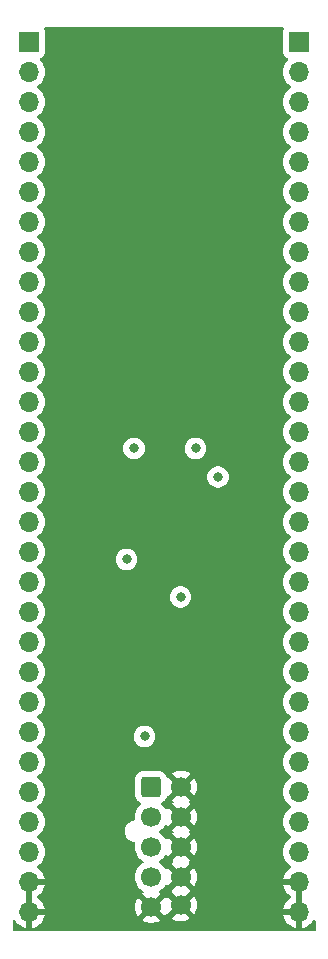
<source format=gbr>
%TF.GenerationSoftware,KiCad,Pcbnew,7.0.6-0*%
%TF.CreationDate,2023-07-17T22:06:51-07:00*%
%TF.ProjectId,84CP01,38344350-3031-42e6-9b69-6361645f7063,rev?*%
%TF.SameCoordinates,Original*%
%TF.FileFunction,Copper,L3,Inr*%
%TF.FilePolarity,Positive*%
%FSLAX46Y46*%
G04 Gerber Fmt 4.6, Leading zero omitted, Abs format (unit mm)*
G04 Created by KiCad (PCBNEW 7.0.6-0) date 2023-07-17 22:06:51*
%MOMM*%
%LPD*%
G01*
G04 APERTURE LIST*
G04 Aperture macros list*
%AMRoundRect*
0 Rectangle with rounded corners*
0 $1 Rounding radius*
0 $2 $3 $4 $5 $6 $7 $8 $9 X,Y pos of 4 corners*
0 Add a 4 corners polygon primitive as box body*
4,1,4,$2,$3,$4,$5,$6,$7,$8,$9,$2,$3,0*
0 Add four circle primitives for the rounded corners*
1,1,$1+$1,$2,$3*
1,1,$1+$1,$4,$5*
1,1,$1+$1,$6,$7*
1,1,$1+$1,$8,$9*
0 Add four rect primitives between the rounded corners*
20,1,$1+$1,$2,$3,$4,$5,0*
20,1,$1+$1,$4,$5,$6,$7,0*
20,1,$1+$1,$6,$7,$8,$9,0*
20,1,$1+$1,$8,$9,$2,$3,0*%
G04 Aperture macros list end*
%TA.AperFunction,ComponentPad*%
%ADD10RoundRect,0.250000X-0.600000X-0.600000X0.600000X-0.600000X0.600000X0.600000X-0.600000X0.600000X0*%
%TD*%
%TA.AperFunction,ComponentPad*%
%ADD11C,1.700000*%
%TD*%
%TA.AperFunction,ComponentPad*%
%ADD12R,1.700000X1.700000*%
%TD*%
%TA.AperFunction,ComponentPad*%
%ADD13O,1.700000X1.700000*%
%TD*%
%TA.AperFunction,ViaPad*%
%ADD14C,0.800000*%
%TD*%
G04 APERTURE END LIST*
D10*
%TO.N,Net-(J2-Pin_1)*%
%TO.C,J2*%
X108130000Y-115904000D03*
D11*
%TO.N,GND*%
X110670000Y-115904000D03*
%TO.N,Net-(J2-Pin_3)*%
X108130000Y-118444000D03*
%TO.N,GND*%
X110670000Y-118444000D03*
%TO.N,Net-(J2-Pin_5)*%
X108130000Y-120984000D03*
%TO.N,GND*%
X110670000Y-120984000D03*
%TO.N,Net-(J2-Pin_7)*%
X108130000Y-123524000D03*
%TO.N,GND*%
X110630000Y-123524000D03*
X108130000Y-126064000D03*
X110630000Y-125904000D03*
%TD*%
D12*
%TO.N,VCC*%
%TO.C,J3*%
X120650000Y-52832000D03*
D13*
X120650000Y-55372000D03*
%TO.N,/J2-3*%
X120650000Y-57912000D03*
%TO.N,/J2-4*%
X120650000Y-60452000D03*
%TO.N,/J2-5*%
X120650000Y-62992000D03*
%TO.N,/J2-6*%
X120650000Y-65532000D03*
%TO.N,/J2-7*%
X120650000Y-68072000D03*
%TO.N,/J2-8*%
X120650000Y-70612000D03*
%TO.N,/J2-9*%
X120650000Y-73152000D03*
%TO.N,/J2-10*%
X120650000Y-75692000D03*
%TO.N,/J2-11*%
X120650000Y-78232000D03*
%TO.N,/J2-12*%
X120650000Y-80772000D03*
%TO.N,/J2-13*%
X120650000Y-83312000D03*
%TO.N,/J2-14*%
X120650000Y-85852000D03*
%TO.N,/J2-15*%
X120650000Y-88392000D03*
%TO.N,/J2-16*%
X120650000Y-90932000D03*
%TO.N,/J2-17*%
X120650000Y-93472000D03*
%TO.N,/J2-18*%
X120650000Y-96012000D03*
%TO.N,/J2-19*%
X120650000Y-98552000D03*
%TO.N,/J2-20*%
X120650000Y-101092000D03*
%TO.N,/J2-21*%
X120650000Y-103632000D03*
%TO.N,/J2-22*%
X120650000Y-106172000D03*
%TO.N,/J2-23*%
X120650000Y-108712000D03*
%TO.N,/J2-24*%
X120650000Y-111252000D03*
%TO.N,/J2-25*%
X120650000Y-113792000D03*
%TO.N,/J2-26*%
X120650000Y-116332000D03*
%TO.N,/J2-27*%
X120650000Y-118872000D03*
%TO.N,/J2-28*%
X120650000Y-121412000D03*
%TO.N,GND*%
X120650000Y-123952000D03*
X120650000Y-126492000D03*
%TD*%
D12*
%TO.N,VCC*%
%TO.C,J1*%
X97790000Y-52832000D03*
D13*
X97790000Y-55372000D03*
%TO.N,/J1-3*%
X97790000Y-57912000D03*
%TO.N,/J1-4*%
X97790000Y-60452000D03*
%TO.N,/J1-5*%
X97790000Y-62992000D03*
%TO.N,/J1-6*%
X97790000Y-65532000D03*
%TO.N,/J1-7*%
X97790000Y-68072000D03*
%TO.N,/J1-8*%
X97790000Y-70612000D03*
%TO.N,/J1-9*%
X97790000Y-73152000D03*
%TO.N,/J1-10*%
X97790000Y-75692000D03*
%TO.N,/J1-11*%
X97790000Y-78232000D03*
%TO.N,/J1-12*%
X97790000Y-80772000D03*
%TO.N,/J1-13*%
X97790000Y-83312000D03*
%TO.N,/J1-14*%
X97790000Y-85852000D03*
%TO.N,/J1-15*%
X97790000Y-88392000D03*
%TO.N,/J1-16*%
X97790000Y-90932000D03*
%TO.N,/J1-17*%
X97790000Y-93472000D03*
%TO.N,/J1-18*%
X97790000Y-96012000D03*
%TO.N,/J1-19*%
X97790000Y-98552000D03*
%TO.N,/J1-20*%
X97790000Y-101092000D03*
%TO.N,/J1-21*%
X97790000Y-103632000D03*
%TO.N,/J1-22*%
X97790000Y-106172000D03*
%TO.N,/J1-23*%
X97790000Y-108712000D03*
%TO.N,/J1-24*%
X97790000Y-111252000D03*
%TO.N,/J1-25*%
X97790000Y-113792000D03*
%TO.N,/J1-26*%
X97790000Y-116332000D03*
%TO.N,/J1-27*%
X97790000Y-118872000D03*
%TO.N,/J1-28*%
X97790000Y-121412000D03*
%TO.N,GND*%
X97790000Y-123952000D03*
X97790000Y-126492000D03*
%TD*%
D14*
%TO.N,VCC*%
X106680000Y-87249000D03*
X111887000Y-87249000D03*
%TO.N,GND*%
X106680000Y-92075000D03*
X111887000Y-92075000D03*
%TO.N,/J1-28*%
X110617000Y-99822000D03*
X107569000Y-111633000D03*
%TO.N,Net-(J2-Pin_5)*%
X106045000Y-96647000D03*
%TO.N,Net-(J2-Pin_7)*%
X113792000Y-89662000D03*
%TD*%
%TA.AperFunction,Conductor*%
%TO.N,GND*%
G36*
X110105901Y-123826588D02*
G01*
X110202075Y-123951925D01*
X110327412Y-124048099D01*
X110424779Y-124088429D01*
X109864310Y-124648899D01*
X109867832Y-124705618D01*
X109863444Y-124705890D01*
X109864305Y-124722159D01*
X109867833Y-124722379D01*
X109864310Y-124779100D01*
X110424780Y-125339569D01*
X110327412Y-125379901D01*
X110202075Y-125476075D01*
X110105901Y-125601411D01*
X110065569Y-125698779D01*
X109506922Y-125140132D01*
X109433215Y-125252949D01*
X109379211Y-125299037D01*
X109308863Y-125308612D01*
X109301423Y-125305146D01*
X109253076Y-125300132D01*
X108694429Y-125858779D01*
X108654099Y-125761412D01*
X108557925Y-125636075D01*
X108432588Y-125539901D01*
X108335219Y-125499569D01*
X108895689Y-124939100D01*
X108895688Y-124939099D01*
X108875306Y-124923235D01*
X108875294Y-124923227D01*
X108841792Y-124905097D01*
X108791402Y-124855084D01*
X108776050Y-124785767D01*
X108800611Y-124719154D01*
X108841790Y-124683472D01*
X108875576Y-124665189D01*
X109053240Y-124526906D01*
X109205722Y-124361268D01*
X109274816Y-124255510D01*
X109328819Y-124209423D01*
X109399167Y-124199847D01*
X109463524Y-124229824D01*
X109485782Y-124255510D01*
X109506922Y-124287866D01*
X110065569Y-123729218D01*
X110105901Y-123826588D01*
G37*
%TD.AperFunction*%
%TA.AperFunction,Conductor*%
G36*
X110145901Y-121286588D02*
G01*
X110242075Y-121411925D01*
X110367412Y-121508099D01*
X110464779Y-121548429D01*
X109904310Y-122108898D01*
X109924694Y-122124763D01*
X109924700Y-122124768D01*
X109938733Y-122132362D01*
X109989124Y-122182375D01*
X110004476Y-122251692D01*
X109979915Y-122318305D01*
X109938733Y-122353990D01*
X109884700Y-122383230D01*
X109864310Y-122399099D01*
X109864310Y-122399101D01*
X110424779Y-122959570D01*
X110327412Y-122999901D01*
X110202075Y-123096075D01*
X110105901Y-123221411D01*
X110065569Y-123318780D01*
X109506921Y-122760132D01*
X109485782Y-122792489D01*
X109431778Y-122838577D01*
X109361430Y-122848152D01*
X109297073Y-122818174D01*
X109274816Y-122792488D01*
X109205724Y-122686734D01*
X109205720Y-122686729D01*
X109053237Y-122521091D01*
X108971382Y-122457381D01*
X108875576Y-122382811D01*
X108842319Y-122364813D01*
X108791929Y-122314802D01*
X108776576Y-122245485D01*
X108801136Y-122178872D01*
X108842320Y-122143186D01*
X108875576Y-122125189D01*
X109053240Y-121986906D01*
X109205722Y-121821268D01*
X109294816Y-121684898D01*
X109348819Y-121638810D01*
X109419167Y-121629235D01*
X109483524Y-121659212D01*
X109505782Y-121684898D01*
X109546922Y-121747866D01*
X110105569Y-121189218D01*
X110145901Y-121286588D01*
G37*
%TD.AperFunction*%
%TA.AperFunction,Conductor*%
G36*
X110145901Y-118746588D02*
G01*
X110242075Y-118871925D01*
X110367412Y-118968099D01*
X110464779Y-119008429D01*
X109904310Y-119568898D01*
X109924694Y-119584763D01*
X109924696Y-119584765D01*
X109958733Y-119603185D01*
X110009123Y-119653199D01*
X110024475Y-119722516D01*
X109999914Y-119789129D01*
X109958735Y-119824811D01*
X109924702Y-119843229D01*
X109904310Y-119859099D01*
X109904310Y-119859101D01*
X110464779Y-120419570D01*
X110367412Y-120459901D01*
X110242075Y-120556075D01*
X110145901Y-120681411D01*
X110105569Y-120778780D01*
X109546921Y-120220132D01*
X109546920Y-120220132D01*
X109505780Y-120283102D01*
X109451776Y-120329190D01*
X109381428Y-120338765D01*
X109317071Y-120308787D01*
X109294822Y-120283111D01*
X109205722Y-120146732D01*
X109053240Y-119981094D01*
X109053239Y-119981093D01*
X109053237Y-119981091D01*
X108971382Y-119917381D01*
X108875576Y-119842811D01*
X108842319Y-119824813D01*
X108791929Y-119774802D01*
X108776576Y-119705485D01*
X108801136Y-119638872D01*
X108842320Y-119603186D01*
X108842324Y-119603184D01*
X108875576Y-119585189D01*
X109053240Y-119446906D01*
X109205722Y-119281268D01*
X109294816Y-119144898D01*
X109348819Y-119098810D01*
X109419167Y-119089235D01*
X109483524Y-119119212D01*
X109505782Y-119144898D01*
X109546922Y-119207866D01*
X110105569Y-118649218D01*
X110145901Y-118746588D01*
G37*
%TD.AperFunction*%
%TA.AperFunction,Conductor*%
G36*
X110145901Y-116206588D02*
G01*
X110242075Y-116331925D01*
X110367412Y-116428099D01*
X110464779Y-116468429D01*
X109904310Y-117028898D01*
X109924694Y-117044763D01*
X109924696Y-117044765D01*
X109958733Y-117063185D01*
X110009123Y-117113199D01*
X110024475Y-117182516D01*
X109999914Y-117249129D01*
X109958735Y-117284811D01*
X109924702Y-117303229D01*
X109904310Y-117319099D01*
X109904310Y-117319101D01*
X110464779Y-117879570D01*
X110367412Y-117919901D01*
X110242075Y-118016075D01*
X110145901Y-118141411D01*
X110105569Y-118238780D01*
X109546921Y-117680132D01*
X109546920Y-117680132D01*
X109505780Y-117743102D01*
X109451776Y-117789190D01*
X109381428Y-117798765D01*
X109317071Y-117768787D01*
X109294822Y-117743111D01*
X109205722Y-117606732D01*
X109053240Y-117441094D01*
X109053238Y-117441093D01*
X109053236Y-117441090D01*
X109018436Y-117414004D01*
X108976966Y-117356379D01*
X108973233Y-117285480D01*
X109008423Y-117223819D01*
X109046763Y-117200669D01*
X109046086Y-117199217D01*
X109052728Y-117196118D01*
X109052738Y-117196115D01*
X109203652Y-117103030D01*
X109329030Y-116977652D01*
X109422115Y-116826738D01*
X109445298Y-116756774D01*
X109485710Y-116698404D01*
X109538216Y-116676572D01*
X110105569Y-116109218D01*
X110145901Y-116206588D01*
G37*
%TD.AperFunction*%
%TA.AperFunction,Conductor*%
G36*
X119300580Y-51582002D02*
G01*
X119347073Y-51635658D01*
X119357177Y-51705932D01*
X119350515Y-51732033D01*
X119298010Y-51872802D01*
X119298009Y-51872803D01*
X119291500Y-51933350D01*
X119291500Y-53730649D01*
X119298009Y-53791196D01*
X119298011Y-53791204D01*
X119349110Y-53928202D01*
X119349112Y-53928207D01*
X119436738Y-54045261D01*
X119553791Y-54132886D01*
X119553792Y-54132886D01*
X119553796Y-54132889D01*
X119668810Y-54175787D01*
X119725642Y-54218332D01*
X119750453Y-54284852D01*
X119735362Y-54354226D01*
X119717475Y-54379179D01*
X119574280Y-54534729D01*
X119574275Y-54534734D01*
X119451141Y-54723206D01*
X119360703Y-54929386D01*
X119360702Y-54929387D01*
X119305437Y-55147624D01*
X119286844Y-55372000D01*
X119305437Y-55596375D01*
X119360702Y-55814612D01*
X119360703Y-55814613D01*
X119451141Y-56020793D01*
X119574275Y-56209265D01*
X119574279Y-56209270D01*
X119726762Y-56374908D01*
X119781331Y-56417381D01*
X119904424Y-56513189D01*
X119937680Y-56531186D01*
X119988070Y-56581196D01*
X120003423Y-56650513D01*
X119978864Y-56717126D01*
X119937683Y-56752811D01*
X119904430Y-56770807D01*
X119904424Y-56770811D01*
X119726762Y-56909091D01*
X119574279Y-57074729D01*
X119574275Y-57074734D01*
X119451141Y-57263206D01*
X119360703Y-57469386D01*
X119360702Y-57469387D01*
X119305437Y-57687624D01*
X119286844Y-57912000D01*
X119305437Y-58136375D01*
X119360702Y-58354612D01*
X119360703Y-58354613D01*
X119451141Y-58560793D01*
X119574275Y-58749265D01*
X119574279Y-58749270D01*
X119726762Y-58914908D01*
X119781331Y-58957381D01*
X119904424Y-59053189D01*
X119937680Y-59071186D01*
X119988070Y-59121196D01*
X120003423Y-59190513D01*
X119978864Y-59257126D01*
X119937683Y-59292811D01*
X119904430Y-59310807D01*
X119904424Y-59310811D01*
X119726762Y-59449091D01*
X119574279Y-59614729D01*
X119574275Y-59614734D01*
X119451141Y-59803206D01*
X119360703Y-60009386D01*
X119360702Y-60009387D01*
X119305437Y-60227624D01*
X119286844Y-60451999D01*
X119305437Y-60676375D01*
X119360702Y-60894612D01*
X119360703Y-60894613D01*
X119451141Y-61100793D01*
X119574275Y-61289265D01*
X119574279Y-61289270D01*
X119726762Y-61454908D01*
X119781331Y-61497381D01*
X119904424Y-61593189D01*
X119937680Y-61611186D01*
X119988071Y-61661200D01*
X120003423Y-61730516D01*
X119978862Y-61797129D01*
X119937680Y-61832813D01*
X119904426Y-61850810D01*
X119904424Y-61850811D01*
X119726762Y-61989091D01*
X119574279Y-62154729D01*
X119574275Y-62154734D01*
X119451141Y-62343206D01*
X119360703Y-62549386D01*
X119360702Y-62549387D01*
X119305437Y-62767624D01*
X119286844Y-62992000D01*
X119305437Y-63216375D01*
X119360702Y-63434612D01*
X119360703Y-63434613D01*
X119451141Y-63640793D01*
X119574275Y-63829265D01*
X119574279Y-63829270D01*
X119726762Y-63994908D01*
X119781331Y-64037381D01*
X119904424Y-64133189D01*
X119937680Y-64151186D01*
X119988071Y-64201200D01*
X120003423Y-64270516D01*
X119978862Y-64337129D01*
X119937680Y-64372813D01*
X119904426Y-64390810D01*
X119904424Y-64390811D01*
X119726762Y-64529091D01*
X119574279Y-64694729D01*
X119574275Y-64694734D01*
X119451141Y-64883206D01*
X119360703Y-65089386D01*
X119360702Y-65089387D01*
X119305437Y-65307624D01*
X119286844Y-65532000D01*
X119305437Y-65756375D01*
X119360702Y-65974612D01*
X119360703Y-65974613D01*
X119451141Y-66180793D01*
X119574275Y-66369265D01*
X119574279Y-66369270D01*
X119726762Y-66534908D01*
X119781331Y-66577381D01*
X119904424Y-66673189D01*
X119937676Y-66691184D01*
X119937680Y-66691186D01*
X119988071Y-66741200D01*
X120003423Y-66810516D01*
X119978862Y-66877129D01*
X119937680Y-66912813D01*
X119904426Y-66930810D01*
X119904424Y-66930811D01*
X119726762Y-67069091D01*
X119574279Y-67234729D01*
X119574275Y-67234734D01*
X119451141Y-67423206D01*
X119360703Y-67629386D01*
X119360702Y-67629387D01*
X119305437Y-67847624D01*
X119286844Y-68071999D01*
X119305437Y-68296375D01*
X119360702Y-68514612D01*
X119360703Y-68514613D01*
X119451141Y-68720793D01*
X119574275Y-68909265D01*
X119574279Y-68909270D01*
X119726762Y-69074908D01*
X119781331Y-69117381D01*
X119904424Y-69213189D01*
X119937680Y-69231186D01*
X119988071Y-69281200D01*
X120003423Y-69350516D01*
X119978862Y-69417129D01*
X119937680Y-69452813D01*
X119904426Y-69470810D01*
X119904424Y-69470811D01*
X119726762Y-69609091D01*
X119574279Y-69774729D01*
X119574275Y-69774734D01*
X119451141Y-69963206D01*
X119360703Y-70169386D01*
X119360702Y-70169387D01*
X119305437Y-70387624D01*
X119286844Y-70611999D01*
X119305437Y-70836375D01*
X119360702Y-71054612D01*
X119360703Y-71054613D01*
X119451141Y-71260793D01*
X119574275Y-71449265D01*
X119574279Y-71449270D01*
X119726762Y-71614908D01*
X119781331Y-71657381D01*
X119904424Y-71753189D01*
X119937680Y-71771186D01*
X119988071Y-71821200D01*
X120003423Y-71890516D01*
X119978862Y-71957129D01*
X119937680Y-71992813D01*
X119904426Y-72010810D01*
X119904424Y-72010811D01*
X119726762Y-72149091D01*
X119574279Y-72314729D01*
X119574275Y-72314734D01*
X119451141Y-72503206D01*
X119360703Y-72709386D01*
X119360702Y-72709387D01*
X119305437Y-72927624D01*
X119286844Y-73152000D01*
X119305437Y-73376375D01*
X119360702Y-73594612D01*
X119360703Y-73594613D01*
X119451141Y-73800793D01*
X119574275Y-73989265D01*
X119574279Y-73989270D01*
X119726762Y-74154908D01*
X119781331Y-74197381D01*
X119904424Y-74293189D01*
X119937680Y-74311186D01*
X119988071Y-74361200D01*
X120003423Y-74430516D01*
X119978862Y-74497129D01*
X119937680Y-74532813D01*
X119904426Y-74550810D01*
X119904424Y-74550811D01*
X119726762Y-74689091D01*
X119574279Y-74854729D01*
X119574275Y-74854734D01*
X119451141Y-75043206D01*
X119360703Y-75249386D01*
X119360702Y-75249387D01*
X119305437Y-75467624D01*
X119286844Y-75692000D01*
X119305437Y-75916375D01*
X119360702Y-76134612D01*
X119360703Y-76134613D01*
X119451141Y-76340793D01*
X119574275Y-76529265D01*
X119574279Y-76529270D01*
X119726762Y-76694908D01*
X119781331Y-76737381D01*
X119904424Y-76833189D01*
X119937680Y-76851186D01*
X119988071Y-76901200D01*
X120003423Y-76970516D01*
X119978862Y-77037129D01*
X119937680Y-77072813D01*
X119904426Y-77090810D01*
X119904424Y-77090811D01*
X119726762Y-77229091D01*
X119574279Y-77394729D01*
X119574275Y-77394734D01*
X119451141Y-77583206D01*
X119360703Y-77789386D01*
X119360702Y-77789387D01*
X119305437Y-78007624D01*
X119286844Y-78232000D01*
X119305437Y-78456375D01*
X119360702Y-78674612D01*
X119360703Y-78674613D01*
X119451141Y-78880793D01*
X119574275Y-79069265D01*
X119574279Y-79069270D01*
X119726762Y-79234908D01*
X119781331Y-79277381D01*
X119904424Y-79373189D01*
X119937680Y-79391186D01*
X119988071Y-79441200D01*
X120003423Y-79510516D01*
X119978862Y-79577129D01*
X119937680Y-79612813D01*
X119904426Y-79630810D01*
X119904424Y-79630811D01*
X119726762Y-79769091D01*
X119574279Y-79934729D01*
X119574275Y-79934734D01*
X119451141Y-80123206D01*
X119360703Y-80329386D01*
X119360702Y-80329387D01*
X119305437Y-80547624D01*
X119286844Y-80771999D01*
X119305437Y-80996375D01*
X119360702Y-81214612D01*
X119360703Y-81214613D01*
X119451141Y-81420793D01*
X119574275Y-81609265D01*
X119574279Y-81609270D01*
X119726762Y-81774908D01*
X119781331Y-81817381D01*
X119904424Y-81913189D01*
X119937680Y-81931186D01*
X119988071Y-81981200D01*
X120003423Y-82050516D01*
X119978862Y-82117129D01*
X119937680Y-82152813D01*
X119904426Y-82170810D01*
X119904424Y-82170811D01*
X119726762Y-82309091D01*
X119574279Y-82474729D01*
X119574275Y-82474734D01*
X119451141Y-82663206D01*
X119360703Y-82869386D01*
X119360702Y-82869387D01*
X119305437Y-83087624D01*
X119286844Y-83312000D01*
X119305437Y-83536375D01*
X119360702Y-83754612D01*
X119360703Y-83754613D01*
X119451141Y-83960793D01*
X119574275Y-84149265D01*
X119574279Y-84149270D01*
X119726762Y-84314908D01*
X119781331Y-84357381D01*
X119904424Y-84453189D01*
X119937680Y-84471186D01*
X119988071Y-84521200D01*
X120003423Y-84590516D01*
X119978862Y-84657129D01*
X119937680Y-84692813D01*
X119904426Y-84710810D01*
X119904424Y-84710811D01*
X119726762Y-84849091D01*
X119574279Y-85014729D01*
X119574275Y-85014734D01*
X119451141Y-85203206D01*
X119360703Y-85409386D01*
X119360702Y-85409387D01*
X119305437Y-85627624D01*
X119286844Y-85852000D01*
X119305437Y-86076375D01*
X119360702Y-86294612D01*
X119360703Y-86294613D01*
X119360704Y-86294616D01*
X119398247Y-86380206D01*
X119451141Y-86500793D01*
X119574275Y-86689265D01*
X119574279Y-86689270D01*
X119726762Y-86854908D01*
X119755709Y-86877438D01*
X119904424Y-86993189D01*
X119937680Y-87011186D01*
X119988071Y-87061200D01*
X120003423Y-87130516D01*
X119978862Y-87197129D01*
X119937680Y-87232813D01*
X119904426Y-87250810D01*
X119904424Y-87250811D01*
X119726762Y-87389091D01*
X119574279Y-87554729D01*
X119574275Y-87554734D01*
X119451141Y-87743206D01*
X119360703Y-87949386D01*
X119360702Y-87949387D01*
X119305437Y-88167624D01*
X119286844Y-88391999D01*
X119305437Y-88616375D01*
X119360702Y-88834612D01*
X119360703Y-88834613D01*
X119451141Y-89040793D01*
X119574275Y-89229265D01*
X119574279Y-89229270D01*
X119726762Y-89394908D01*
X119781331Y-89437381D01*
X119904424Y-89533189D01*
X119937680Y-89551186D01*
X119988071Y-89601200D01*
X120003423Y-89670516D01*
X119978862Y-89737129D01*
X119937680Y-89772813D01*
X119904426Y-89790810D01*
X119904424Y-89790811D01*
X119726762Y-89929091D01*
X119574279Y-90094729D01*
X119574275Y-90094734D01*
X119451141Y-90283206D01*
X119360703Y-90489386D01*
X119360702Y-90489387D01*
X119305437Y-90707624D01*
X119286844Y-90931999D01*
X119305437Y-91156375D01*
X119360702Y-91374612D01*
X119360703Y-91374613D01*
X119451141Y-91580793D01*
X119574275Y-91769265D01*
X119574279Y-91769270D01*
X119726762Y-91934908D01*
X119781331Y-91977381D01*
X119904424Y-92073189D01*
X119937680Y-92091186D01*
X119988071Y-92141200D01*
X120003423Y-92210516D01*
X119978862Y-92277129D01*
X119937680Y-92312813D01*
X119904426Y-92330810D01*
X119904424Y-92330811D01*
X119726762Y-92469091D01*
X119574279Y-92634729D01*
X119574275Y-92634734D01*
X119451141Y-92823206D01*
X119360703Y-93029386D01*
X119360702Y-93029387D01*
X119305437Y-93247624D01*
X119286844Y-93472000D01*
X119305437Y-93696375D01*
X119360702Y-93914612D01*
X119360703Y-93914613D01*
X119451141Y-94120793D01*
X119574275Y-94309265D01*
X119574279Y-94309270D01*
X119726762Y-94474908D01*
X119781331Y-94517381D01*
X119904424Y-94613189D01*
X119937680Y-94631186D01*
X119988071Y-94681200D01*
X120003423Y-94750516D01*
X119978862Y-94817129D01*
X119937680Y-94852813D01*
X119904426Y-94870810D01*
X119904424Y-94870811D01*
X119726762Y-95009091D01*
X119574279Y-95174729D01*
X119574275Y-95174734D01*
X119451141Y-95363206D01*
X119360703Y-95569386D01*
X119360702Y-95569387D01*
X119305437Y-95787624D01*
X119305436Y-95787630D01*
X119305436Y-95787632D01*
X119286844Y-96012000D01*
X119294969Y-96110058D01*
X119305437Y-96236375D01*
X119360702Y-96454612D01*
X119360703Y-96454613D01*
X119360704Y-96454616D01*
X119445090Y-96646999D01*
X119451141Y-96660793D01*
X119574275Y-96849265D01*
X119574279Y-96849270D01*
X119726762Y-97014908D01*
X119781331Y-97057381D01*
X119904424Y-97153189D01*
X119937680Y-97171186D01*
X119988071Y-97221200D01*
X120003423Y-97290516D01*
X119978862Y-97357129D01*
X119937680Y-97392813D01*
X119904426Y-97410810D01*
X119904424Y-97410811D01*
X119726762Y-97549091D01*
X119574279Y-97714729D01*
X119574275Y-97714734D01*
X119451141Y-97903206D01*
X119360703Y-98109386D01*
X119360702Y-98109387D01*
X119305437Y-98327624D01*
X119286844Y-98552000D01*
X119305437Y-98776375D01*
X119360702Y-98994612D01*
X119360703Y-98994613D01*
X119451141Y-99200793D01*
X119574275Y-99389265D01*
X119574279Y-99389270D01*
X119726762Y-99554908D01*
X119781331Y-99597381D01*
X119904424Y-99693189D01*
X119937680Y-99711186D01*
X119988071Y-99761200D01*
X120003423Y-99830516D01*
X119978862Y-99897129D01*
X119937680Y-99932813D01*
X119904426Y-99950810D01*
X119904424Y-99950811D01*
X119726762Y-100089091D01*
X119574279Y-100254729D01*
X119574275Y-100254734D01*
X119451141Y-100443206D01*
X119360703Y-100649386D01*
X119360702Y-100649387D01*
X119305437Y-100867624D01*
X119286844Y-101091999D01*
X119305437Y-101316375D01*
X119360702Y-101534612D01*
X119360703Y-101534613D01*
X119451141Y-101740793D01*
X119574275Y-101929265D01*
X119574279Y-101929270D01*
X119726762Y-102094908D01*
X119781331Y-102137381D01*
X119904424Y-102233189D01*
X119937680Y-102251186D01*
X119988071Y-102301200D01*
X120003423Y-102370516D01*
X119978862Y-102437129D01*
X119937680Y-102472813D01*
X119904426Y-102490810D01*
X119904424Y-102490811D01*
X119726762Y-102629091D01*
X119574279Y-102794729D01*
X119574275Y-102794734D01*
X119451141Y-102983206D01*
X119360703Y-103189386D01*
X119360702Y-103189387D01*
X119305437Y-103407624D01*
X119286844Y-103632000D01*
X119305437Y-103856375D01*
X119360702Y-104074612D01*
X119360703Y-104074613D01*
X119451141Y-104280793D01*
X119574275Y-104469265D01*
X119574279Y-104469270D01*
X119726762Y-104634908D01*
X119781331Y-104677381D01*
X119904424Y-104773189D01*
X119937680Y-104791186D01*
X119988071Y-104841200D01*
X120003423Y-104910516D01*
X119978862Y-104977129D01*
X119937680Y-105012813D01*
X119904426Y-105030810D01*
X119904424Y-105030811D01*
X119726762Y-105169091D01*
X119574279Y-105334729D01*
X119574275Y-105334734D01*
X119451141Y-105523206D01*
X119360703Y-105729386D01*
X119360702Y-105729387D01*
X119305437Y-105947624D01*
X119286844Y-106172000D01*
X119305437Y-106396375D01*
X119360702Y-106614612D01*
X119360703Y-106614613D01*
X119451141Y-106820793D01*
X119574275Y-107009265D01*
X119574279Y-107009270D01*
X119726762Y-107174908D01*
X119781331Y-107217381D01*
X119904424Y-107313189D01*
X119937680Y-107331186D01*
X119988071Y-107381200D01*
X120003423Y-107450516D01*
X119978862Y-107517129D01*
X119937680Y-107552813D01*
X119904426Y-107570810D01*
X119904424Y-107570811D01*
X119726762Y-107709091D01*
X119574279Y-107874729D01*
X119574275Y-107874734D01*
X119451141Y-108063206D01*
X119360703Y-108269386D01*
X119360702Y-108269387D01*
X119305437Y-108487624D01*
X119286844Y-108711999D01*
X119305437Y-108936375D01*
X119360702Y-109154612D01*
X119360703Y-109154613D01*
X119451141Y-109360793D01*
X119574275Y-109549265D01*
X119574279Y-109549270D01*
X119726762Y-109714908D01*
X119781331Y-109757381D01*
X119904424Y-109853189D01*
X119937680Y-109871186D01*
X119988071Y-109921200D01*
X120003423Y-109990516D01*
X119978862Y-110057129D01*
X119937680Y-110092813D01*
X119904426Y-110110810D01*
X119904424Y-110110811D01*
X119726762Y-110249091D01*
X119574279Y-110414729D01*
X119574275Y-110414734D01*
X119451141Y-110603206D01*
X119360703Y-110809386D01*
X119360702Y-110809387D01*
X119305437Y-111027624D01*
X119286844Y-111251999D01*
X119305437Y-111476375D01*
X119360702Y-111694612D01*
X119360703Y-111694613D01*
X119360704Y-111694616D01*
X119449049Y-111896023D01*
X119451141Y-111900793D01*
X119574275Y-112089265D01*
X119574279Y-112089270D01*
X119726762Y-112254908D01*
X119781331Y-112297381D01*
X119904424Y-112393189D01*
X119937674Y-112411183D01*
X119937680Y-112411186D01*
X119988071Y-112461200D01*
X120003423Y-112530516D01*
X119978862Y-112597129D01*
X119937680Y-112632813D01*
X119904426Y-112650810D01*
X119904424Y-112650811D01*
X119726762Y-112789091D01*
X119574279Y-112954729D01*
X119574275Y-112954734D01*
X119451141Y-113143206D01*
X119360703Y-113349386D01*
X119360702Y-113349387D01*
X119305437Y-113567624D01*
X119286844Y-113792000D01*
X119305437Y-114016375D01*
X119360702Y-114234612D01*
X119360703Y-114234613D01*
X119451141Y-114440793D01*
X119574275Y-114629265D01*
X119574279Y-114629270D01*
X119702539Y-114768596D01*
X119712208Y-114779099D01*
X119726762Y-114794908D01*
X119772286Y-114830341D01*
X119904424Y-114933189D01*
X119937680Y-114951186D01*
X119988071Y-115001200D01*
X120003423Y-115070516D01*
X119978862Y-115137129D01*
X119937680Y-115172813D01*
X119904426Y-115190810D01*
X119904424Y-115190811D01*
X119726762Y-115329091D01*
X119574279Y-115494729D01*
X119574275Y-115494734D01*
X119451141Y-115683206D01*
X119360703Y-115889386D01*
X119360702Y-115889387D01*
X119305437Y-116107624D01*
X119286844Y-116332000D01*
X119305437Y-116556375D01*
X119360702Y-116774612D01*
X119360703Y-116774613D01*
X119451141Y-116980793D01*
X119574275Y-117169265D01*
X119574279Y-117169270D01*
X119702539Y-117308596D01*
X119712208Y-117319099D01*
X119726762Y-117334908D01*
X119754348Y-117356379D01*
X119904424Y-117473189D01*
X119937680Y-117491186D01*
X119988071Y-117541200D01*
X120003423Y-117610516D01*
X119978862Y-117677129D01*
X119937680Y-117712813D01*
X119904426Y-117730810D01*
X119904424Y-117730811D01*
X119726762Y-117869091D01*
X119574279Y-118034729D01*
X119574275Y-118034734D01*
X119451141Y-118223206D01*
X119360703Y-118429386D01*
X119360702Y-118429387D01*
X119305437Y-118647624D01*
X119305436Y-118647630D01*
X119305436Y-118647632D01*
X119286844Y-118872000D01*
X119301438Y-119048126D01*
X119305437Y-119096375D01*
X119360702Y-119314612D01*
X119360703Y-119314613D01*
X119360704Y-119314616D01*
X119418731Y-119446906D01*
X119451141Y-119520793D01*
X119574275Y-119709265D01*
X119574279Y-119709270D01*
X119702539Y-119848595D01*
X119712208Y-119859099D01*
X119726762Y-119874908D01*
X119781331Y-119917381D01*
X119904424Y-120013189D01*
X119937680Y-120031186D01*
X119988071Y-120081200D01*
X120003423Y-120150516D01*
X119978862Y-120217129D01*
X119937680Y-120252813D01*
X119904426Y-120270810D01*
X119904424Y-120270811D01*
X119726762Y-120409091D01*
X119574279Y-120574729D01*
X119574275Y-120574734D01*
X119451141Y-120763206D01*
X119360703Y-120969386D01*
X119360702Y-120969387D01*
X119305437Y-121187624D01*
X119286844Y-121411999D01*
X119305437Y-121636375D01*
X119360702Y-121854612D01*
X119360703Y-121854613D01*
X119451141Y-122060793D01*
X119574275Y-122249265D01*
X119574279Y-122249270D01*
X119702539Y-122388595D01*
X119712208Y-122399099D01*
X119726762Y-122414908D01*
X119781331Y-122457381D01*
X119904424Y-122553189D01*
X119938205Y-122571470D01*
X119988596Y-122621482D01*
X120003949Y-122690799D01*
X119979389Y-122757412D01*
X119938209Y-122793096D01*
X119904704Y-122811228D01*
X119904698Y-122811232D01*
X119727097Y-122949465D01*
X119574674Y-123115041D01*
X119451580Y-123303451D01*
X119361179Y-123509543D01*
X119361176Y-123509550D01*
X119313455Y-123697999D01*
X119313456Y-123698000D01*
X120218884Y-123698000D01*
X120190507Y-123742156D01*
X120150000Y-123880111D01*
X120150000Y-124023889D01*
X120190507Y-124161844D01*
X120218884Y-124206000D01*
X119313455Y-124206000D01*
X119361176Y-124394449D01*
X119361179Y-124394456D01*
X119451580Y-124600548D01*
X119574674Y-124788958D01*
X119727097Y-124954534D01*
X119904698Y-125092767D01*
X119904704Y-125092771D01*
X119938731Y-125111185D01*
X119989122Y-125161197D01*
X120004475Y-125230514D01*
X119979915Y-125297127D01*
X119938736Y-125332811D01*
X119904700Y-125351231D01*
X119904698Y-125351232D01*
X119727097Y-125489465D01*
X119574674Y-125655041D01*
X119451580Y-125843451D01*
X119361179Y-126049543D01*
X119361176Y-126049550D01*
X119313455Y-126237999D01*
X119313456Y-126238000D01*
X120218884Y-126238000D01*
X120190507Y-126282156D01*
X120150000Y-126420111D01*
X120150000Y-126563889D01*
X120190507Y-126701844D01*
X120218884Y-126746000D01*
X119313455Y-126746000D01*
X119361176Y-126934449D01*
X119361179Y-126934456D01*
X119451580Y-127140548D01*
X119574674Y-127328958D01*
X119727097Y-127494534D01*
X119904698Y-127632767D01*
X119904699Y-127632768D01*
X120102628Y-127739882D01*
X120102630Y-127739883D01*
X120315483Y-127812955D01*
X120315492Y-127812957D01*
X120396000Y-127826391D01*
X120396000Y-126925674D01*
X120507685Y-126976680D01*
X120614237Y-126992000D01*
X120685763Y-126992000D01*
X120792315Y-126976680D01*
X120904000Y-126925674D01*
X120904000Y-127826391D01*
X120984507Y-127812957D01*
X120984516Y-127812955D01*
X121197369Y-127739883D01*
X121197371Y-127739882D01*
X121395300Y-127632768D01*
X121395301Y-127632767D01*
X121572902Y-127494534D01*
X121725327Y-127328955D01*
X121815517Y-127190910D01*
X121869520Y-127144821D01*
X121939868Y-127135246D01*
X122004226Y-127165223D01*
X122042159Y-127225236D01*
X122047000Y-127259825D01*
X122047000Y-128017000D01*
X122026998Y-128085121D01*
X121973342Y-128131614D01*
X121921000Y-128143000D01*
X96519000Y-128143000D01*
X96450879Y-128122998D01*
X96404386Y-128069342D01*
X96393000Y-128017000D01*
X96393000Y-127259825D01*
X96413002Y-127191704D01*
X96466658Y-127145211D01*
X96536932Y-127135107D01*
X96601512Y-127164601D01*
X96624483Y-127190910D01*
X96714672Y-127328955D01*
X96867097Y-127494534D01*
X97044698Y-127632767D01*
X97044699Y-127632768D01*
X97242628Y-127739882D01*
X97242630Y-127739883D01*
X97455483Y-127812955D01*
X97455492Y-127812957D01*
X97536000Y-127826391D01*
X97536000Y-126925674D01*
X97647685Y-126976680D01*
X97754237Y-126992000D01*
X97825763Y-126992000D01*
X97932315Y-126976680D01*
X98044000Y-126925674D01*
X98044000Y-127826390D01*
X98124507Y-127812957D01*
X98124516Y-127812955D01*
X98337369Y-127739883D01*
X98337371Y-127739882D01*
X98535300Y-127632768D01*
X98535301Y-127632767D01*
X98712902Y-127494534D01*
X98865325Y-127328958D01*
X98988419Y-127140548D01*
X99078820Y-126934456D01*
X99078823Y-126934449D01*
X99126544Y-126746000D01*
X98221116Y-126746000D01*
X98249493Y-126701844D01*
X98290000Y-126563889D01*
X98290000Y-126420111D01*
X98249493Y-126282156D01*
X98221116Y-126238000D01*
X99126544Y-126238000D01*
X99126544Y-126237999D01*
X99078823Y-126049550D01*
X99078820Y-126049543D01*
X98988419Y-125843451D01*
X98865325Y-125655041D01*
X98712902Y-125489465D01*
X98535303Y-125351233D01*
X98501264Y-125332812D01*
X98450875Y-125282797D01*
X98435524Y-125213480D01*
X98460086Y-125146868D01*
X98501269Y-125111184D01*
X98535300Y-125092768D01*
X98535301Y-125092767D01*
X98712902Y-124954534D01*
X98865325Y-124788958D01*
X98988419Y-124600548D01*
X99078820Y-124394456D01*
X99078823Y-124394449D01*
X99126544Y-124206000D01*
X98221116Y-124206000D01*
X98249493Y-124161844D01*
X98290000Y-124023889D01*
X98290000Y-123880111D01*
X98249493Y-123742156D01*
X98221116Y-123698000D01*
X99126544Y-123698000D01*
X99126544Y-123697999D01*
X99078823Y-123509550D01*
X99078820Y-123509543D01*
X98988419Y-123303451D01*
X98865325Y-123115041D01*
X98712902Y-122949465D01*
X98535301Y-122811232D01*
X98535300Y-122811231D01*
X98501791Y-122793097D01*
X98451401Y-122743083D01*
X98436050Y-122673766D01*
X98460612Y-122607153D01*
X98501790Y-122571472D01*
X98535576Y-122553189D01*
X98713240Y-122414906D01*
X98865722Y-122249268D01*
X98988860Y-122060791D01*
X99079296Y-121854616D01*
X99134564Y-121636368D01*
X99153156Y-121412000D01*
X99134564Y-121187632D01*
X99122662Y-121140631D01*
X99079297Y-120969387D01*
X99079296Y-120969386D01*
X99079296Y-120969384D01*
X98988860Y-120763209D01*
X98950931Y-120705154D01*
X98865724Y-120574734D01*
X98865720Y-120574729D01*
X98713237Y-120409091D01*
X98618621Y-120335448D01*
X98535576Y-120270811D01*
X98502319Y-120252813D01*
X98451929Y-120202802D01*
X98436576Y-120133485D01*
X98461136Y-120066872D01*
X98502320Y-120031186D01*
X98535576Y-120013189D01*
X98713240Y-119874906D01*
X98829472Y-119748646D01*
X105889500Y-119748646D01*
X105916337Y-119874908D01*
X105928856Y-119933803D01*
X105964203Y-120013192D01*
X106005850Y-120106732D01*
X106117113Y-120259873D01*
X106257783Y-120386533D01*
X106257785Y-120386534D01*
X106358109Y-120444455D01*
X106421716Y-120481179D01*
X106421718Y-120481179D01*
X106421721Y-120481181D01*
X106601743Y-120539674D01*
X106690240Y-120548975D01*
X106755897Y-120575988D01*
X106796527Y-120634209D01*
X106799230Y-120705154D01*
X106799215Y-120705214D01*
X106785437Y-120759626D01*
X106785436Y-120759629D01*
X106785436Y-120759632D01*
X106784745Y-120767976D01*
X106766844Y-120984000D01*
X106785437Y-121208375D01*
X106840702Y-121426612D01*
X106840703Y-121426613D01*
X106840704Y-121426616D01*
X106929580Y-121629235D01*
X106931141Y-121632793D01*
X107054275Y-121821265D01*
X107054279Y-121821270D01*
X107206762Y-121986908D01*
X107261331Y-122029381D01*
X107384424Y-122125189D01*
X107417680Y-122143186D01*
X107468071Y-122193200D01*
X107483423Y-122262516D01*
X107458862Y-122329129D01*
X107417680Y-122364813D01*
X107384426Y-122382810D01*
X107384424Y-122382811D01*
X107206762Y-122521091D01*
X107054279Y-122686729D01*
X107054275Y-122686734D01*
X106931141Y-122875206D01*
X106840703Y-123081386D01*
X106840702Y-123081387D01*
X106785437Y-123299624D01*
X106785436Y-123299630D01*
X106785436Y-123299632D01*
X106766844Y-123524000D01*
X106784921Y-123742156D01*
X106785437Y-123748375D01*
X106840702Y-123966612D01*
X106840703Y-123966613D01*
X106840704Y-123966616D01*
X106926338Y-124161844D01*
X106931141Y-124172793D01*
X107054275Y-124361265D01*
X107054279Y-124361270D01*
X107206762Y-124526908D01*
X107261331Y-124569381D01*
X107384424Y-124665189D01*
X107418205Y-124683470D01*
X107468596Y-124733482D01*
X107483949Y-124802799D01*
X107459389Y-124869412D01*
X107418208Y-124905097D01*
X107384700Y-124923230D01*
X107364310Y-124939099D01*
X107364310Y-124939101D01*
X107924779Y-125499570D01*
X107827412Y-125539901D01*
X107702075Y-125636075D01*
X107605901Y-125761411D01*
X107565569Y-125858780D01*
X107006921Y-125300132D01*
X106931580Y-125415451D01*
X106841179Y-125621543D01*
X106841176Y-125621550D01*
X106785932Y-125839707D01*
X106767346Y-126063999D01*
X106785932Y-126288292D01*
X106841176Y-126506449D01*
X106841179Y-126506456D01*
X106931580Y-126712548D01*
X107006922Y-126827866D01*
X107565569Y-126269218D01*
X107605901Y-126366588D01*
X107702075Y-126491925D01*
X107827412Y-126588099D01*
X107924779Y-126628429D01*
X107364310Y-127188898D01*
X107384694Y-127204763D01*
X107384696Y-127204765D01*
X107582632Y-127311883D01*
X107795483Y-127384955D01*
X107795490Y-127384957D01*
X108017477Y-127422000D01*
X108242523Y-127422000D01*
X108464509Y-127384957D01*
X108464516Y-127384955D01*
X108677369Y-127311883D01*
X108677371Y-127311882D01*
X108875298Y-127204768D01*
X108875302Y-127204766D01*
X108895689Y-127188898D01*
X108335220Y-126628429D01*
X108432588Y-126588099D01*
X108557925Y-126491925D01*
X108654099Y-126366589D01*
X108694429Y-126269220D01*
X109253076Y-126827867D01*
X109253077Y-126827866D01*
X109326785Y-126715051D01*
X109380789Y-126668964D01*
X109451137Y-126659389D01*
X109458572Y-126662852D01*
X109506923Y-126667866D01*
X110065569Y-126109219D01*
X110105901Y-126206588D01*
X110202075Y-126331925D01*
X110327412Y-126428099D01*
X110424779Y-126468429D01*
X109864310Y-127028898D01*
X109884694Y-127044763D01*
X109884696Y-127044765D01*
X110082632Y-127151883D01*
X110295483Y-127224955D01*
X110295490Y-127224957D01*
X110517477Y-127262000D01*
X110742523Y-127262000D01*
X110964509Y-127224957D01*
X110964516Y-127224955D01*
X111177369Y-127151883D01*
X111177371Y-127151882D01*
X111375298Y-127044768D01*
X111375302Y-127044766D01*
X111395689Y-127028898D01*
X110835220Y-126468429D01*
X110932588Y-126428099D01*
X111057925Y-126331925D01*
X111154099Y-126206589D01*
X111194429Y-126109221D01*
X111753076Y-126667867D01*
X111753077Y-126667866D01*
X111828419Y-126552551D01*
X111918820Y-126346456D01*
X111918823Y-126346449D01*
X111974067Y-126128292D01*
X111992653Y-125904000D01*
X111974067Y-125679707D01*
X111918823Y-125461550D01*
X111918820Y-125461543D01*
X111828422Y-125255456D01*
X111828417Y-125255448D01*
X111753076Y-125140132D01*
X111194429Y-125698778D01*
X111154099Y-125601412D01*
X111057925Y-125476075D01*
X110932588Y-125379901D01*
X110835219Y-125339569D01*
X111395689Y-124779100D01*
X111392167Y-124722380D01*
X111396552Y-124722107D01*
X111395697Y-124705837D01*
X111392168Y-124705618D01*
X111395689Y-124648898D01*
X110835220Y-124088429D01*
X110932588Y-124048099D01*
X111057925Y-123951925D01*
X111154099Y-123826589D01*
X111194429Y-123729221D01*
X111753076Y-124287867D01*
X111753077Y-124287866D01*
X111828419Y-124172551D01*
X111918820Y-123966456D01*
X111918823Y-123966449D01*
X111974067Y-123748292D01*
X111992653Y-123524000D01*
X111974067Y-123299707D01*
X111918823Y-123081550D01*
X111918820Y-123081543D01*
X111828422Y-122875456D01*
X111828417Y-122875448D01*
X111753076Y-122760132D01*
X111194429Y-123318778D01*
X111154099Y-123221412D01*
X111057925Y-123096075D01*
X110932588Y-122999901D01*
X110835219Y-122959569D01*
X111395689Y-122399100D01*
X111395688Y-122399099D01*
X111375306Y-122383235D01*
X111375299Y-122383230D01*
X111361267Y-122375637D01*
X111310876Y-122325624D01*
X111295524Y-122256307D01*
X111320085Y-122189694D01*
X111361267Y-122154009D01*
X111415299Y-122124768D01*
X111415302Y-122124766D01*
X111435689Y-122108898D01*
X110875220Y-121548429D01*
X110972588Y-121508099D01*
X111097925Y-121411925D01*
X111194099Y-121286589D01*
X111234429Y-121189220D01*
X111793076Y-121747867D01*
X111793077Y-121747866D01*
X111868419Y-121632551D01*
X111958820Y-121426456D01*
X111958823Y-121426449D01*
X112014067Y-121208292D01*
X112032653Y-120983999D01*
X112014067Y-120759707D01*
X111958823Y-120541550D01*
X111958820Y-120541543D01*
X111868422Y-120335456D01*
X111868417Y-120335448D01*
X111793076Y-120220132D01*
X111234429Y-120778779D01*
X111194099Y-120681412D01*
X111097925Y-120556075D01*
X110972588Y-120459901D01*
X110875219Y-120419569D01*
X111435689Y-119859100D01*
X111435688Y-119859099D01*
X111415306Y-119843235D01*
X111415299Y-119843230D01*
X111381265Y-119824812D01*
X111330876Y-119774798D01*
X111315524Y-119705481D01*
X111340086Y-119638869D01*
X111381269Y-119603184D01*
X111415299Y-119584768D01*
X111415302Y-119584766D01*
X111435689Y-119568898D01*
X110875220Y-119008429D01*
X110972588Y-118968099D01*
X111097925Y-118871925D01*
X111194099Y-118746589D01*
X111234429Y-118649220D01*
X111793076Y-119207867D01*
X111793077Y-119207866D01*
X111868419Y-119092551D01*
X111958820Y-118886456D01*
X111958823Y-118886449D01*
X112014067Y-118668292D01*
X112032653Y-118443999D01*
X112014067Y-118219707D01*
X111958823Y-118001550D01*
X111958820Y-118001543D01*
X111868422Y-117795456D01*
X111868417Y-117795448D01*
X111793076Y-117680132D01*
X111234429Y-118238779D01*
X111194099Y-118141412D01*
X111097925Y-118016075D01*
X110972588Y-117919901D01*
X110875219Y-117879569D01*
X111435689Y-117319100D01*
X111435688Y-117319099D01*
X111415306Y-117303235D01*
X111415299Y-117303230D01*
X111381265Y-117284812D01*
X111330876Y-117234798D01*
X111315524Y-117165481D01*
X111340086Y-117098869D01*
X111381269Y-117063184D01*
X111415299Y-117044768D01*
X111415302Y-117044766D01*
X111435689Y-117028898D01*
X110875220Y-116468429D01*
X110972588Y-116428099D01*
X111097925Y-116331925D01*
X111194099Y-116206589D01*
X111234429Y-116109220D01*
X111793076Y-116667867D01*
X111793077Y-116667866D01*
X111868419Y-116552551D01*
X111958820Y-116346456D01*
X111958823Y-116346449D01*
X112014067Y-116128292D01*
X112032653Y-115904000D01*
X112014067Y-115679707D01*
X111958823Y-115461550D01*
X111958820Y-115461543D01*
X111868422Y-115255456D01*
X111868417Y-115255448D01*
X111793076Y-115140132D01*
X111234429Y-115698779D01*
X111194099Y-115601412D01*
X111097925Y-115476075D01*
X110972588Y-115379901D01*
X110875219Y-115339569D01*
X111435689Y-114779100D01*
X111435688Y-114779099D01*
X111415306Y-114763235D01*
X111415299Y-114763230D01*
X111217371Y-114656118D01*
X111217369Y-114656116D01*
X111004516Y-114583044D01*
X111004509Y-114583042D01*
X110782523Y-114546000D01*
X110557477Y-114546000D01*
X110335490Y-114583042D01*
X110335483Y-114583044D01*
X110122630Y-114656116D01*
X110122628Y-114656118D01*
X109924700Y-114763230D01*
X109904310Y-114779099D01*
X109904310Y-114779101D01*
X110464779Y-115339570D01*
X110367412Y-115379901D01*
X110242075Y-115476075D01*
X110145901Y-115601411D01*
X110105570Y-115698779D01*
X109535984Y-115129193D01*
X109508075Y-115124049D01*
X109456297Y-115075474D01*
X109445297Y-115051223D01*
X109422115Y-114981262D01*
X109329030Y-114830348D01*
X109329029Y-114830347D01*
X109329024Y-114830341D01*
X109203658Y-114704975D01*
X109203652Y-114704970D01*
X109052738Y-114611885D01*
X108898393Y-114560741D01*
X108884427Y-114556113D01*
X108884420Y-114556112D01*
X108780553Y-114545500D01*
X107479455Y-114545500D01*
X107375574Y-114556112D01*
X107207261Y-114611885D01*
X107056347Y-114704970D01*
X107056341Y-114704975D01*
X106930975Y-114830341D01*
X106930970Y-114830347D01*
X106837885Y-114981262D01*
X106782113Y-115149572D01*
X106782112Y-115149579D01*
X106771500Y-115253446D01*
X106771500Y-116554544D01*
X106782112Y-116658425D01*
X106837885Y-116826738D01*
X106930970Y-116977652D01*
X106930975Y-116977658D01*
X107056341Y-117103024D01*
X107056347Y-117103029D01*
X107056348Y-117103030D01*
X107207262Y-117196115D01*
X107207268Y-117196117D01*
X107213914Y-117199217D01*
X107212943Y-117201299D01*
X107262167Y-117235372D01*
X107289430Y-117300925D01*
X107276924Y-117370811D01*
X107241564Y-117414003D01*
X107206764Y-117441089D01*
X107054279Y-117606729D01*
X107054275Y-117606734D01*
X106931141Y-117795206D01*
X106840703Y-118001386D01*
X106840702Y-118001387D01*
X106785437Y-118219624D01*
X106766844Y-118444000D01*
X106781883Y-118625491D01*
X106767574Y-118695031D01*
X106717941Y-118745796D01*
X106669484Y-118761206D01*
X106601742Y-118768325D01*
X106421721Y-118826818D01*
X106421713Y-118826822D01*
X106257785Y-118921465D01*
X106257783Y-118921466D01*
X106117113Y-119048126D01*
X106005850Y-119201267D01*
X106005849Y-119201267D01*
X105928855Y-119374199D01*
X105889500Y-119559353D01*
X105889500Y-119748646D01*
X98829472Y-119748646D01*
X98865722Y-119709268D01*
X98988860Y-119520791D01*
X99079296Y-119314616D01*
X99134564Y-119096368D01*
X99153156Y-118872000D01*
X99134564Y-118647632D01*
X99082998Y-118444001D01*
X99079297Y-118429387D01*
X99079296Y-118429386D01*
X99079296Y-118429384D01*
X98988860Y-118223209D01*
X98954998Y-118171379D01*
X98865724Y-118034734D01*
X98865720Y-118034729D01*
X98713237Y-117869091D01*
X98618621Y-117795448D01*
X98535576Y-117730811D01*
X98502319Y-117712813D01*
X98451929Y-117662802D01*
X98436576Y-117593485D01*
X98461136Y-117526872D01*
X98502320Y-117491186D01*
X98535576Y-117473189D01*
X98713240Y-117334906D01*
X98865722Y-117169268D01*
X98988860Y-116980791D01*
X99079296Y-116774616D01*
X99134564Y-116556368D01*
X99153156Y-116332000D01*
X99134564Y-116107632D01*
X99082998Y-115904001D01*
X99079297Y-115889387D01*
X99079296Y-115889386D01*
X99079296Y-115889384D01*
X98988860Y-115683209D01*
X98954998Y-115631379D01*
X98865724Y-115494734D01*
X98865720Y-115494729D01*
X98713237Y-115329091D01*
X98616060Y-115253455D01*
X98535576Y-115190811D01*
X98502319Y-115172813D01*
X98451929Y-115122802D01*
X98436576Y-115053485D01*
X98461136Y-114986872D01*
X98502320Y-114951186D01*
X98535576Y-114933189D01*
X98713240Y-114794906D01*
X98865722Y-114629268D01*
X98988860Y-114440791D01*
X99079296Y-114234616D01*
X99134564Y-114016368D01*
X99153156Y-113792000D01*
X99134564Y-113567632D01*
X99079296Y-113349384D01*
X98988860Y-113143209D01*
X98954998Y-113091379D01*
X98865724Y-112954734D01*
X98865720Y-112954729D01*
X98713237Y-112789091D01*
X98631382Y-112725381D01*
X98535576Y-112650811D01*
X98535569Y-112650807D01*
X98502318Y-112632812D01*
X98451928Y-112582798D01*
X98436576Y-112513481D01*
X98461137Y-112446869D01*
X98502315Y-112411188D01*
X98535576Y-112393189D01*
X98713240Y-112254906D01*
X98865722Y-112089268D01*
X98988860Y-111900791D01*
X99079296Y-111694616D01*
X99094900Y-111632999D01*
X106655496Y-111632999D01*
X106675457Y-111822927D01*
X106699208Y-111896023D01*
X106734473Y-112004556D01*
X106762841Y-112053691D01*
X106829958Y-112169941D01*
X106829965Y-112169951D01*
X106957744Y-112311864D01*
X106957747Y-112311866D01*
X107112248Y-112424118D01*
X107286712Y-112501794D01*
X107473513Y-112541500D01*
X107664487Y-112541500D01*
X107851288Y-112501794D01*
X108025752Y-112424118D01*
X108180253Y-112311866D01*
X108308040Y-112169944D01*
X108403527Y-112004556D01*
X108462542Y-111822928D01*
X108482504Y-111633000D01*
X108462542Y-111443072D01*
X108403527Y-111261444D01*
X108308040Y-111096056D01*
X108308038Y-111096054D01*
X108308034Y-111096048D01*
X108180255Y-110954135D01*
X108025752Y-110841882D01*
X107851288Y-110764206D01*
X107664487Y-110724500D01*
X107473513Y-110724500D01*
X107286711Y-110764206D01*
X107112247Y-110841882D01*
X106957744Y-110954135D01*
X106829965Y-111096048D01*
X106829958Y-111096058D01*
X106734476Y-111261438D01*
X106734473Y-111261445D01*
X106675457Y-111443072D01*
X106655496Y-111632999D01*
X99094900Y-111632999D01*
X99134564Y-111476368D01*
X99153156Y-111252000D01*
X99134564Y-111027632D01*
X99079296Y-110809384D01*
X98988860Y-110603209D01*
X98954998Y-110551379D01*
X98865724Y-110414734D01*
X98865720Y-110414729D01*
X98713237Y-110249091D01*
X98631382Y-110185381D01*
X98535576Y-110110811D01*
X98502319Y-110092813D01*
X98451929Y-110042802D01*
X98436576Y-109973485D01*
X98461136Y-109906872D01*
X98502320Y-109871186D01*
X98535576Y-109853189D01*
X98713240Y-109714906D01*
X98865722Y-109549268D01*
X98988860Y-109360791D01*
X99079296Y-109154616D01*
X99134564Y-108936368D01*
X99153156Y-108712000D01*
X99134564Y-108487632D01*
X99079296Y-108269384D01*
X98988860Y-108063209D01*
X98954998Y-108011379D01*
X98865724Y-107874734D01*
X98865720Y-107874729D01*
X98713237Y-107709091D01*
X98631382Y-107645381D01*
X98535576Y-107570811D01*
X98502319Y-107552813D01*
X98451929Y-107502802D01*
X98436576Y-107433485D01*
X98461136Y-107366872D01*
X98502320Y-107331186D01*
X98535576Y-107313189D01*
X98713240Y-107174906D01*
X98865722Y-107009268D01*
X98988860Y-106820791D01*
X99079296Y-106614616D01*
X99134564Y-106396368D01*
X99153156Y-106172000D01*
X99134564Y-105947632D01*
X99079296Y-105729384D01*
X98988860Y-105523209D01*
X98954998Y-105471379D01*
X98865724Y-105334734D01*
X98865720Y-105334729D01*
X98713237Y-105169091D01*
X98631382Y-105105381D01*
X98535576Y-105030811D01*
X98502319Y-105012813D01*
X98451929Y-104962802D01*
X98436576Y-104893485D01*
X98461136Y-104826872D01*
X98502320Y-104791186D01*
X98535576Y-104773189D01*
X98713240Y-104634906D01*
X98865722Y-104469268D01*
X98988860Y-104280791D01*
X99079296Y-104074616D01*
X99134564Y-103856368D01*
X99153156Y-103632000D01*
X99134564Y-103407632D01*
X99079296Y-103189384D01*
X98988860Y-102983209D01*
X98954998Y-102931379D01*
X98865724Y-102794734D01*
X98865720Y-102794729D01*
X98713237Y-102629091D01*
X98631382Y-102565381D01*
X98535576Y-102490811D01*
X98502319Y-102472813D01*
X98451929Y-102422802D01*
X98436576Y-102353485D01*
X98461136Y-102286872D01*
X98502320Y-102251186D01*
X98535576Y-102233189D01*
X98713240Y-102094906D01*
X98865722Y-101929268D01*
X98988860Y-101740791D01*
X99079296Y-101534616D01*
X99134564Y-101316368D01*
X99153156Y-101092000D01*
X99134564Y-100867632D01*
X99134562Y-100867624D01*
X99079297Y-100649387D01*
X99079296Y-100649386D01*
X99079296Y-100649384D01*
X98988860Y-100443209D01*
X98933805Y-100358941D01*
X98865724Y-100254734D01*
X98865720Y-100254729D01*
X98713237Y-100089091D01*
X98614097Y-100011927D01*
X98535576Y-99950811D01*
X98502319Y-99932813D01*
X98451929Y-99882802D01*
X98438462Y-99822000D01*
X109703496Y-99822000D01*
X109723457Y-100011927D01*
X109748530Y-100089091D01*
X109782473Y-100193556D01*
X109782476Y-100193561D01*
X109877958Y-100358941D01*
X109877965Y-100358951D01*
X110005744Y-100500864D01*
X110005747Y-100500866D01*
X110160248Y-100613118D01*
X110334712Y-100690794D01*
X110521513Y-100730500D01*
X110712487Y-100730500D01*
X110899288Y-100690794D01*
X111073752Y-100613118D01*
X111228253Y-100500866D01*
X111228255Y-100500864D01*
X111356034Y-100358951D01*
X111356035Y-100358949D01*
X111356040Y-100358944D01*
X111451527Y-100193556D01*
X111510542Y-100011928D01*
X111530504Y-99822000D01*
X111510542Y-99632072D01*
X111451527Y-99450444D01*
X111356040Y-99285056D01*
X111356038Y-99285054D01*
X111356034Y-99285048D01*
X111228255Y-99143135D01*
X111073752Y-99030882D01*
X110899288Y-98953206D01*
X110712487Y-98913500D01*
X110521513Y-98913500D01*
X110334711Y-98953206D01*
X110160247Y-99030882D01*
X110005744Y-99143135D01*
X109877965Y-99285048D01*
X109877958Y-99285058D01*
X109782476Y-99450438D01*
X109782473Y-99450445D01*
X109723457Y-99632072D01*
X109703496Y-99822000D01*
X98438462Y-99822000D01*
X98436576Y-99813485D01*
X98461136Y-99746872D01*
X98502320Y-99711186D01*
X98535576Y-99693189D01*
X98713240Y-99554906D01*
X98865722Y-99389268D01*
X98988860Y-99200791D01*
X99079296Y-98994616D01*
X99134564Y-98776368D01*
X99153156Y-98552000D01*
X99134564Y-98327632D01*
X99079296Y-98109384D01*
X98988860Y-97903209D01*
X98954998Y-97851379D01*
X98865724Y-97714734D01*
X98865720Y-97714729D01*
X98713237Y-97549091D01*
X98631382Y-97485381D01*
X98535576Y-97410811D01*
X98502319Y-97392813D01*
X98451929Y-97342802D01*
X98436576Y-97273485D01*
X98461136Y-97206872D01*
X98502320Y-97171186D01*
X98535576Y-97153189D01*
X98713240Y-97014906D01*
X98865722Y-96849268D01*
X98988860Y-96660791D01*
X98994909Y-96647000D01*
X105131496Y-96647000D01*
X105132946Y-96660793D01*
X105151457Y-96836927D01*
X105155468Y-96849270D01*
X105210473Y-97018556D01*
X105210476Y-97018561D01*
X105305958Y-97183941D01*
X105305965Y-97183951D01*
X105433744Y-97325864D01*
X105433747Y-97325866D01*
X105588248Y-97438118D01*
X105762712Y-97515794D01*
X105949513Y-97555500D01*
X106140487Y-97555500D01*
X106327288Y-97515794D01*
X106501752Y-97438118D01*
X106656253Y-97325866D01*
X106784040Y-97183944D01*
X106879527Y-97018556D01*
X106938542Y-96836928D01*
X106958504Y-96647000D01*
X106938542Y-96457072D01*
X106879527Y-96275444D01*
X106784040Y-96110056D01*
X106784038Y-96110054D01*
X106784034Y-96110048D01*
X106656255Y-95968135D01*
X106501752Y-95855882D01*
X106327288Y-95778206D01*
X106140487Y-95738500D01*
X105949513Y-95738500D01*
X105762711Y-95778206D01*
X105588247Y-95855882D01*
X105433744Y-95968135D01*
X105305965Y-96110048D01*
X105305958Y-96110058D01*
X105210476Y-96275438D01*
X105210473Y-96275445D01*
X105151457Y-96457072D01*
X105131496Y-96646999D01*
X105131496Y-96647000D01*
X98994909Y-96647000D01*
X99079296Y-96454616D01*
X99134564Y-96236368D01*
X99153156Y-96012000D01*
X99134564Y-95787632D01*
X99079296Y-95569384D01*
X98988860Y-95363209D01*
X98954998Y-95311379D01*
X98865724Y-95174734D01*
X98865720Y-95174729D01*
X98713237Y-95009091D01*
X98631382Y-94945381D01*
X98535576Y-94870811D01*
X98502319Y-94852813D01*
X98451929Y-94802802D01*
X98436576Y-94733485D01*
X98461136Y-94666872D01*
X98502320Y-94631186D01*
X98535576Y-94613189D01*
X98713240Y-94474906D01*
X98865722Y-94309268D01*
X98988860Y-94120791D01*
X99079296Y-93914616D01*
X99134564Y-93696368D01*
X99153156Y-93472000D01*
X99134564Y-93247632D01*
X99079296Y-93029384D01*
X98988860Y-92823209D01*
X98954998Y-92771379D01*
X98865724Y-92634734D01*
X98865720Y-92634729D01*
X98713237Y-92469091D01*
X98631382Y-92405381D01*
X98535576Y-92330811D01*
X98502319Y-92312813D01*
X98451929Y-92262802D01*
X98436576Y-92193485D01*
X98461136Y-92126872D01*
X98502320Y-92091186D01*
X98535576Y-92073189D01*
X98713240Y-91934906D01*
X98865722Y-91769268D01*
X98988860Y-91580791D01*
X99079296Y-91374616D01*
X99134564Y-91156368D01*
X99153156Y-90932000D01*
X99134564Y-90707632D01*
X99134562Y-90707624D01*
X99079297Y-90489387D01*
X99079296Y-90489386D01*
X99079296Y-90489384D01*
X98988860Y-90283209D01*
X98933805Y-90198941D01*
X98865724Y-90094734D01*
X98865720Y-90094729D01*
X98713237Y-89929091D01*
X98614097Y-89851927D01*
X98535576Y-89790811D01*
X98502319Y-89772813D01*
X98451929Y-89722802D01*
X98438462Y-89661999D01*
X112878496Y-89661999D01*
X112898457Y-89851927D01*
X112923530Y-89929091D01*
X112957473Y-90033556D01*
X112957476Y-90033561D01*
X113052958Y-90198941D01*
X113052965Y-90198951D01*
X113180744Y-90340864D01*
X113180747Y-90340866D01*
X113335248Y-90453118D01*
X113509712Y-90530794D01*
X113696513Y-90570500D01*
X113887487Y-90570500D01*
X114074288Y-90530794D01*
X114248752Y-90453118D01*
X114403253Y-90340866D01*
X114403255Y-90340864D01*
X114531034Y-90198951D01*
X114531035Y-90198949D01*
X114531040Y-90198944D01*
X114626527Y-90033556D01*
X114685542Y-89851928D01*
X114705504Y-89662000D01*
X114685542Y-89472072D01*
X114626527Y-89290444D01*
X114531040Y-89125056D01*
X114531038Y-89125054D01*
X114531034Y-89125048D01*
X114403255Y-88983135D01*
X114248752Y-88870882D01*
X114074288Y-88793206D01*
X113887487Y-88753500D01*
X113696513Y-88753500D01*
X113509711Y-88793206D01*
X113335247Y-88870882D01*
X113180744Y-88983135D01*
X113052965Y-89125048D01*
X113052958Y-89125058D01*
X112957476Y-89290438D01*
X112957473Y-89290445D01*
X112898457Y-89472072D01*
X112878496Y-89661999D01*
X98438462Y-89661999D01*
X98436576Y-89653485D01*
X98461136Y-89586872D01*
X98502320Y-89551186D01*
X98535576Y-89533189D01*
X98713240Y-89394906D01*
X98865722Y-89229268D01*
X98988860Y-89040791D01*
X99079296Y-88834616D01*
X99134564Y-88616368D01*
X99153156Y-88392000D01*
X99134564Y-88167632D01*
X99079296Y-87949384D01*
X98988860Y-87743209D01*
X98954998Y-87691379D01*
X98865724Y-87554734D01*
X98865720Y-87554729D01*
X98713237Y-87389091D01*
X98631382Y-87325381D01*
X98535576Y-87250811D01*
X98532230Y-87249000D01*
X105766496Y-87249000D01*
X105786457Y-87438927D01*
X105816526Y-87531470D01*
X105845473Y-87620556D01*
X105845476Y-87620561D01*
X105940958Y-87785941D01*
X105940965Y-87785951D01*
X106068744Y-87927864D01*
X106098368Y-87949387D01*
X106223248Y-88040118D01*
X106397712Y-88117794D01*
X106584513Y-88157500D01*
X106775487Y-88157500D01*
X106962288Y-88117794D01*
X107136752Y-88040118D01*
X107291253Y-87927866D01*
X107419040Y-87785944D01*
X107514527Y-87620556D01*
X107573542Y-87438928D01*
X107593504Y-87249000D01*
X110973496Y-87249000D01*
X110993457Y-87438927D01*
X111023526Y-87531470D01*
X111052473Y-87620556D01*
X111052476Y-87620561D01*
X111147958Y-87785941D01*
X111147965Y-87785951D01*
X111275744Y-87927864D01*
X111305368Y-87949387D01*
X111430248Y-88040118D01*
X111604712Y-88117794D01*
X111791513Y-88157500D01*
X111982487Y-88157500D01*
X112169288Y-88117794D01*
X112343752Y-88040118D01*
X112498253Y-87927866D01*
X112626040Y-87785944D01*
X112721527Y-87620556D01*
X112780542Y-87438928D01*
X112800504Y-87249000D01*
X112780542Y-87059072D01*
X112721527Y-86877444D01*
X112626040Y-86712056D01*
X112626038Y-86712054D01*
X112626034Y-86712048D01*
X112498255Y-86570135D01*
X112343752Y-86457882D01*
X112169288Y-86380206D01*
X111982487Y-86340500D01*
X111791513Y-86340500D01*
X111604711Y-86380206D01*
X111430247Y-86457882D01*
X111275744Y-86570135D01*
X111147965Y-86712048D01*
X111147958Y-86712058D01*
X111052476Y-86877438D01*
X111052473Y-86877445D01*
X110993457Y-87059072D01*
X110973496Y-87249000D01*
X107593504Y-87249000D01*
X107573542Y-87059072D01*
X107514527Y-86877444D01*
X107419040Y-86712056D01*
X107419038Y-86712054D01*
X107419034Y-86712048D01*
X107291255Y-86570135D01*
X107136752Y-86457882D01*
X106962288Y-86380206D01*
X106775487Y-86340500D01*
X106584513Y-86340500D01*
X106397711Y-86380206D01*
X106223247Y-86457882D01*
X106068744Y-86570135D01*
X105940965Y-86712048D01*
X105940958Y-86712058D01*
X105845476Y-86877438D01*
X105845473Y-86877445D01*
X105786457Y-87059072D01*
X105766496Y-87249000D01*
X98532230Y-87249000D01*
X98502319Y-87232813D01*
X98451929Y-87182802D01*
X98436576Y-87113485D01*
X98461136Y-87046872D01*
X98502320Y-87011186D01*
X98535576Y-86993189D01*
X98713240Y-86854906D01*
X98865722Y-86689268D01*
X98988860Y-86500791D01*
X99079296Y-86294616D01*
X99134564Y-86076368D01*
X99153156Y-85852000D01*
X99134564Y-85627632D01*
X99079296Y-85409384D01*
X98988860Y-85203209D01*
X98954998Y-85151379D01*
X98865724Y-85014734D01*
X98865720Y-85014729D01*
X98713237Y-84849091D01*
X98631382Y-84785381D01*
X98535576Y-84710811D01*
X98502319Y-84692813D01*
X98451929Y-84642802D01*
X98436576Y-84573485D01*
X98461136Y-84506872D01*
X98502320Y-84471186D01*
X98535576Y-84453189D01*
X98713240Y-84314906D01*
X98865722Y-84149268D01*
X98988860Y-83960791D01*
X99079296Y-83754616D01*
X99134564Y-83536368D01*
X99153156Y-83312000D01*
X99134564Y-83087632D01*
X99079296Y-82869384D01*
X98988860Y-82663209D01*
X98954998Y-82611379D01*
X98865724Y-82474734D01*
X98865720Y-82474729D01*
X98713237Y-82309091D01*
X98631382Y-82245381D01*
X98535576Y-82170811D01*
X98502319Y-82152813D01*
X98451929Y-82102802D01*
X98436576Y-82033485D01*
X98461136Y-81966872D01*
X98502320Y-81931186D01*
X98535576Y-81913189D01*
X98713240Y-81774906D01*
X98865722Y-81609268D01*
X98988860Y-81420791D01*
X99079296Y-81214616D01*
X99134564Y-80996368D01*
X99153156Y-80772000D01*
X99134564Y-80547632D01*
X99079296Y-80329384D01*
X98988860Y-80123209D01*
X98954998Y-80071379D01*
X98865724Y-79934734D01*
X98865720Y-79934729D01*
X98713237Y-79769091D01*
X98631382Y-79705381D01*
X98535576Y-79630811D01*
X98502319Y-79612813D01*
X98451929Y-79562802D01*
X98436576Y-79493485D01*
X98461136Y-79426872D01*
X98502320Y-79391186D01*
X98535576Y-79373189D01*
X98713240Y-79234906D01*
X98865722Y-79069268D01*
X98988860Y-78880791D01*
X99079296Y-78674616D01*
X99134564Y-78456368D01*
X99153156Y-78232000D01*
X99134564Y-78007632D01*
X99079296Y-77789384D01*
X98988860Y-77583209D01*
X98954998Y-77531379D01*
X98865724Y-77394734D01*
X98865720Y-77394729D01*
X98713237Y-77229091D01*
X98631382Y-77165381D01*
X98535576Y-77090811D01*
X98502319Y-77072813D01*
X98451929Y-77022802D01*
X98436576Y-76953485D01*
X98461136Y-76886872D01*
X98502320Y-76851186D01*
X98535576Y-76833189D01*
X98713240Y-76694906D01*
X98865722Y-76529268D01*
X98988860Y-76340791D01*
X99079296Y-76134616D01*
X99134564Y-75916368D01*
X99153156Y-75692000D01*
X99134564Y-75467632D01*
X99079296Y-75249384D01*
X98988860Y-75043209D01*
X98954998Y-74991379D01*
X98865724Y-74854734D01*
X98865720Y-74854729D01*
X98713237Y-74689091D01*
X98631382Y-74625381D01*
X98535576Y-74550811D01*
X98502319Y-74532813D01*
X98451929Y-74482802D01*
X98436576Y-74413485D01*
X98461136Y-74346872D01*
X98502320Y-74311186D01*
X98535576Y-74293189D01*
X98713240Y-74154906D01*
X98865722Y-73989268D01*
X98988860Y-73800791D01*
X99079296Y-73594616D01*
X99134564Y-73376368D01*
X99153156Y-73152000D01*
X99134564Y-72927632D01*
X99079296Y-72709384D01*
X98988860Y-72503209D01*
X98954998Y-72451379D01*
X98865724Y-72314734D01*
X98865720Y-72314729D01*
X98713237Y-72149091D01*
X98631382Y-72085381D01*
X98535576Y-72010811D01*
X98502319Y-71992813D01*
X98451929Y-71942802D01*
X98436576Y-71873485D01*
X98461136Y-71806872D01*
X98502320Y-71771186D01*
X98535576Y-71753189D01*
X98713240Y-71614906D01*
X98865722Y-71449268D01*
X98988860Y-71260791D01*
X99079296Y-71054616D01*
X99134564Y-70836368D01*
X99153156Y-70612000D01*
X99134564Y-70387632D01*
X99079296Y-70169384D01*
X98988860Y-69963209D01*
X98954998Y-69911379D01*
X98865724Y-69774734D01*
X98865720Y-69774729D01*
X98713237Y-69609091D01*
X98631382Y-69545381D01*
X98535576Y-69470811D01*
X98502319Y-69452813D01*
X98451929Y-69402802D01*
X98436576Y-69333485D01*
X98461136Y-69266872D01*
X98502320Y-69231186D01*
X98535576Y-69213189D01*
X98713240Y-69074906D01*
X98865722Y-68909268D01*
X98988860Y-68720791D01*
X99079296Y-68514616D01*
X99134564Y-68296368D01*
X99153156Y-68072000D01*
X99134564Y-67847632D01*
X99079296Y-67629384D01*
X98988860Y-67423209D01*
X98954998Y-67371379D01*
X98865724Y-67234734D01*
X98865720Y-67234729D01*
X98713237Y-67069091D01*
X98631382Y-67005381D01*
X98535576Y-66930811D01*
X98502319Y-66912813D01*
X98451929Y-66862802D01*
X98436576Y-66793485D01*
X98461136Y-66726872D01*
X98502320Y-66691186D01*
X98502324Y-66691184D01*
X98535576Y-66673189D01*
X98713240Y-66534906D01*
X98865722Y-66369268D01*
X98988860Y-66180791D01*
X99079296Y-65974616D01*
X99134564Y-65756368D01*
X99153156Y-65532000D01*
X99134564Y-65307632D01*
X99079296Y-65089384D01*
X98988860Y-64883209D01*
X98954998Y-64831379D01*
X98865724Y-64694734D01*
X98865720Y-64694729D01*
X98713237Y-64529091D01*
X98631382Y-64465381D01*
X98535576Y-64390811D01*
X98502319Y-64372813D01*
X98451929Y-64322802D01*
X98436576Y-64253485D01*
X98461136Y-64186872D01*
X98502320Y-64151186D01*
X98535576Y-64133189D01*
X98713240Y-63994906D01*
X98865722Y-63829268D01*
X98988860Y-63640791D01*
X99079296Y-63434616D01*
X99134564Y-63216368D01*
X99153156Y-62992000D01*
X99134564Y-62767632D01*
X99079296Y-62549384D01*
X98988860Y-62343209D01*
X98954998Y-62291379D01*
X98865724Y-62154734D01*
X98865720Y-62154729D01*
X98713237Y-61989091D01*
X98631382Y-61925381D01*
X98535576Y-61850811D01*
X98502319Y-61832813D01*
X98451929Y-61782802D01*
X98436576Y-61713485D01*
X98461136Y-61646872D01*
X98502320Y-61611186D01*
X98535576Y-61593189D01*
X98713240Y-61454906D01*
X98865722Y-61289268D01*
X98988860Y-61100791D01*
X99079296Y-60894616D01*
X99134564Y-60676368D01*
X99153156Y-60452000D01*
X99134564Y-60227632D01*
X99079296Y-60009384D01*
X98988860Y-59803209D01*
X98954998Y-59751379D01*
X98865724Y-59614734D01*
X98865720Y-59614729D01*
X98713237Y-59449091D01*
X98631382Y-59385381D01*
X98535576Y-59310811D01*
X98502319Y-59292813D01*
X98451929Y-59242802D01*
X98436576Y-59173485D01*
X98461136Y-59106872D01*
X98502320Y-59071186D01*
X98502326Y-59071183D01*
X98535576Y-59053189D01*
X98713240Y-58914906D01*
X98865722Y-58749268D01*
X98988860Y-58560791D01*
X99079296Y-58354616D01*
X99134564Y-58136368D01*
X99153156Y-57912000D01*
X99134564Y-57687632D01*
X99079296Y-57469384D01*
X98988860Y-57263209D01*
X98954998Y-57211379D01*
X98865724Y-57074734D01*
X98865720Y-57074729D01*
X98713237Y-56909091D01*
X98631382Y-56845381D01*
X98535576Y-56770811D01*
X98502319Y-56752813D01*
X98451929Y-56702802D01*
X98436576Y-56633485D01*
X98461136Y-56566872D01*
X98502320Y-56531186D01*
X98502326Y-56531183D01*
X98535576Y-56513189D01*
X98713240Y-56374906D01*
X98865722Y-56209268D01*
X98988860Y-56020791D01*
X99079296Y-55814616D01*
X99134564Y-55596368D01*
X99153156Y-55372000D01*
X99134564Y-55147632D01*
X99079296Y-54929384D01*
X98988860Y-54723209D01*
X98954998Y-54671379D01*
X98865724Y-54534734D01*
X98865719Y-54534729D01*
X98722524Y-54379179D01*
X98691103Y-54315514D01*
X98699090Y-54244968D01*
X98743948Y-54189939D01*
X98771183Y-54175789D01*
X98886204Y-54132889D01*
X99003261Y-54045261D01*
X99090889Y-53928204D01*
X99141989Y-53791201D01*
X99148500Y-53730638D01*
X99148500Y-51933362D01*
X99148499Y-51933350D01*
X99141990Y-51872803D01*
X99141989Y-51872802D01*
X99141989Y-51872799D01*
X99090889Y-51735796D01*
X99090888Y-51735794D01*
X99089485Y-51732033D01*
X99084420Y-51661217D01*
X99118445Y-51598905D01*
X99180757Y-51564880D01*
X99207541Y-51562000D01*
X119232459Y-51562000D01*
X119300580Y-51582002D01*
G37*
%TD.AperFunction*%
%TA.AperFunction,Conductor*%
G36*
X98044000Y-126058325D02*
G01*
X97932315Y-126007320D01*
X97825763Y-125992000D01*
X97754237Y-125992000D01*
X97647685Y-126007320D01*
X97536000Y-126058325D01*
X97536000Y-124385674D01*
X97647685Y-124436680D01*
X97754237Y-124452000D01*
X97825763Y-124452000D01*
X97932315Y-124436680D01*
X98044000Y-124385674D01*
X98044000Y-126058325D01*
G37*
%TD.AperFunction*%
%TA.AperFunction,Conductor*%
G36*
X120904000Y-126058325D02*
G01*
X120792315Y-126007320D01*
X120685763Y-125992000D01*
X120614237Y-125992000D01*
X120507685Y-126007320D01*
X120396000Y-126058325D01*
X120396000Y-124385674D01*
X120507685Y-124436680D01*
X120614237Y-124452000D01*
X120685763Y-124452000D01*
X120792315Y-124436680D01*
X120904000Y-124385674D01*
X120904000Y-126058325D01*
G37*
%TD.AperFunction*%
%TD*%
M02*

</source>
